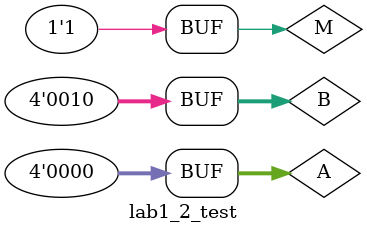
<source format=v>
`timescale 1ns / 1ps


module lab1_2_test();

// Output
wire [3:0]SUM;
wire V;
// Input
reg [3:0]A; 
reg [3:0]B;
reg M;

lab1_2 U0(.a(A), .b(B), .m(M), .s(SUM), .v(V));

initial
begin
// Plus
A=4'b0000; B=4'b0000; M=0;
#10 A=4'b1111; B=4'b1111; M=0;
#10 A=4'b0000; B=4'b0001; M=0;
#10 A=4'b0001; B=4'b0000; M=0;
#10 A=4'b0001; B=4'b0001; M=0;
#10 A=4'b0010; B=4'b0001; M=0;
#10 A=4'b0001; B=4'b0010; M=0;
#10 A=4'b0010; B=4'b0010; M=0;
#10 A=4'b0011; B=4'b0001; M=0;
#10 A=4'b0001; B=4'b0011; M=0;
#10 A=4'b0011; B=4'b0011; M=0;
// Overflow
#10 A=4'b0001; B=4'b1111; M=0;
#10 A=4'b0010; B=4'b1110; M=0;

// Minus
#10 A=4'b0000; B=4'b0000; M=1;
#10 A=4'b0001; B=4'b0001; M=1;
#10 A=4'b0010; B=4'b0001; M=1;
#10 A=4'b0011; B=4'b0001; M=1;
#10 A=4'b0011; B=4'b0010; M=1;
// Underflow
#10 A=4'b0000; B=4'b0001; M=1;
#10 A=4'b0000; B=4'b0010; M=1;

end
endmodule

</source>
